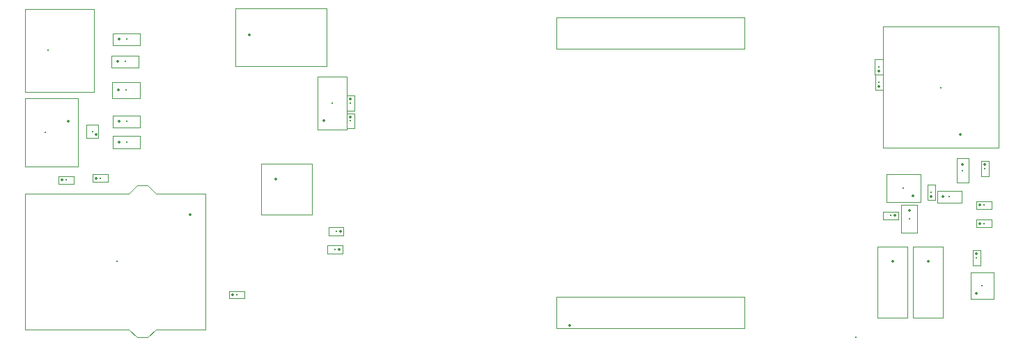
<source format=gbr>
%TF.GenerationSoftware,KiCad,Pcbnew,8.0.4*%
%TF.CreationDate,2024-11-24T10:18:26+11:00*%
%TF.ProjectId,cm4-bare-minimum,636d342d-6261-4726-952d-6d696e696d75,V0.1*%
%TF.SameCoordinates,Original*%
%TF.FileFunction,Component,L1,Top*%
%TF.FilePolarity,Positive*%
%FSLAX46Y46*%
G04 Gerber Fmt 4.6, Leading zero omitted, Abs format (unit mm)*
G04 Created by KiCad (PCBNEW 8.0.4) date 2024-11-24 10:18:26*
%MOMM*%
%LPD*%
G01*
G04 APERTURE LIST*
%TA.AperFunction,ComponentMain*%
%ADD10C,0.300000*%
%TD*%
%TA.AperFunction,ComponentOutline,Courtyard*%
%ADD11C,0.100000*%
%TD*%
%TA.AperFunction,ComponentPin*%
%ADD12P,0.360000X4X0.000000*%
%TD*%
%TA.AperFunction,ComponentPin*%
%ADD13C,0.100000*%
%TD*%
G04 APERTURE END LIST*
D10*
%TO.C,R11*%
%TO.CFtp,R_0402_1005Metric*%
%TO.CVal,NC*%
%TO.CLbN,Resistor_SMD*%
%TO.CMnt,SMD*%
%TO.CRot,180*%
X77775000Y-79275000D03*
D11*
X78704999Y-78805001D02*
X78704999Y-79744999D01*
X76845001Y-79744999D01*
X76845001Y-78805001D01*
X78704999Y-78805001D01*
D12*
%TO.P,R11,1*%
X78285000Y-79275000D03*
D13*
%TO.P,R11,2*%
X77265000Y-79275000D03*
%TD*%
D10*
%TO.C,C1*%
%TO.CFtp,C_0402_1005Metric*%
%TO.CVal,100n*%
%TO.CLbN,Capacitor_SMD*%
%TO.CMnt,SMD*%
%TO.CRot,-90*%
X79650000Y-63650000D03*
D11*
X80109999Y-62740001D02*
X80109999Y-64559999D01*
X79190001Y-64559999D01*
X79190001Y-62740001D01*
X80109999Y-62740001D01*
D12*
%TO.P,C1,1*%
X79650000Y-63170000D03*
D13*
%TO.P,C1,2*%
X79650000Y-64130000D03*
%TD*%
D10*
%TO.C,R2*%
%TO.CFtp,R_0603_1608Metric_Pad0.98x0.95mm_HandSolder*%
%TO.CVal,2.2K 1\u0025*%
%TO.CLbN,Resistor_SMD*%
%TO.CMnt,SMD*%
%TO.CRot,0*%
X52425000Y-63725000D03*
D11*
X54074999Y-62995001D02*
X54074999Y-64454999D01*
X50775001Y-64454999D01*
X50775001Y-62995001D01*
X54074999Y-62995001D01*
D12*
%TO.P,R2,1*%
X51512500Y-63725000D03*
D13*
%TO.P,R2,2*%
X53337500Y-63725000D03*
%TD*%
D10*
%TO.C,R3*%
%TO.CFtp,R_0603_1608Metric_Pad0.98x0.95mm_HandSolder*%
%TO.CVal,2.2K 1\u0025*%
%TO.CLbN,Resistor_SMD*%
%TO.CMnt,SMD*%
%TO.CRot,0*%
X52425000Y-66235000D03*
D11*
X54074999Y-65505001D02*
X54074999Y-66964999D01*
X50775001Y-66964999D01*
X50775001Y-65505001D01*
X54074999Y-65505001D01*
D12*
%TO.P,R3,1*%
X51512500Y-66235000D03*
D13*
%TO.P,R3,2*%
X53337500Y-66235000D03*
%TD*%
D10*
%TO.C,R17*%
%TO.CFtp,R_0402_1005Metric*%
%TO.CVal,NC*%
%TO.CLbN,Resistor_SMD*%
%TO.CMnt,SMD*%
%TO.CRot,0*%
X156650000Y-73900000D03*
D11*
X157579999Y-73430001D02*
X157579999Y-74369999D01*
X155720001Y-74369999D01*
X155720001Y-73430001D01*
X157579999Y-73430001D01*
D12*
%TO.P,R17,1*%
X156140000Y-73900000D03*
D13*
%TO.P,R17,2*%
X157160000Y-73900000D03*
%TD*%
D10*
%TO.C,C4*%
%TO.CFtp,C_0402_1005Metric*%
%TO.CVal,100n*%
%TO.CLbN,Capacitor_SMD*%
%TO.CMnt,SMD*%
%TO.CRot,0*%
X65800000Y-84775000D03*
D11*
X66709999Y-84315001D02*
X66709999Y-85234999D01*
X64890001Y-85234999D01*
X64890001Y-84315001D01*
X66709999Y-84315001D01*
D12*
%TO.P,C4,1*%
X65320000Y-84775000D03*
D13*
%TO.P,C4,2*%
X66280000Y-84775000D03*
%TD*%
D10*
%TO.C,D2*%
%TO.CFtp,LED_0603_1608Metric*%
%TO.CVal,LED Green*%
%TO.CLbN,LED_SMD*%
%TO.CMnt,SMD*%
%TO.CRot,-90*%
X154062500Y-69700000D03*
D11*
X154792499Y-68220001D02*
X154792499Y-71179999D01*
X153332501Y-71179999D01*
X153332501Y-68220001D01*
X154792499Y-68220001D01*
D12*
%TO.P,D2,1,K*%
X154062500Y-68912500D03*
D13*
%TO.P,D2,2,A*%
X154062500Y-70487500D03*
%TD*%
D10*
%TO.C,R4*%
%TO.CFtp,R_0402_1005Metric*%
%TO.CVal,NC*%
%TO.CLbN,Resistor_SMD*%
%TO.CMnt,SMD*%
%TO.CRot,90*%
X143875000Y-57075000D03*
D11*
X144344999Y-56145001D02*
X144344999Y-58004999D01*
X143405001Y-58004999D01*
X143405001Y-56145001D01*
X144344999Y-56145001D01*
D12*
%TO.P,R4,1*%
X143875000Y-57585000D03*
D13*
%TO.P,R4,2*%
X143875000Y-56565000D03*
%TD*%
D10*
%TO.C,R7*%
%TO.CFtp,R_0603_1608Metric_Pad0.98x0.95mm_HandSolder*%
%TO.CVal,5.1k*%
%TO.CLbN,Resistor_SMD*%
%TO.CMnt,SMD*%
%TO.CRot,0*%
X52250000Y-56450000D03*
D11*
X53899999Y-55720001D02*
X53899999Y-57179999D01*
X50600001Y-57179999D01*
X50600001Y-55720001D01*
X53899999Y-55720001D01*
D12*
%TO.P,R7,1*%
X51337500Y-56450000D03*
D13*
%TO.P,R7,2*%
X53162500Y-56450000D03*
%TD*%
D10*
%TO.C,U5*%
%TO.CFtp,TRJG0926HENL*%
%TO.CVal,MagJack-A70-112-331N126*%
%TO.CLbN,CM4IO*%
%TO.CMnt,TH*%
%TO.CRot,-90*%
X51237500Y-80725000D03*
D11*
X54947499Y-71475001D02*
X55947500Y-72475001D01*
X61987499Y-72475001D01*
X61987499Y-88974999D01*
X55947500Y-88974999D01*
X54947499Y-89974999D01*
X53667501Y-89974999D01*
X52667500Y-88974999D01*
X40087501Y-88974999D01*
X40087501Y-72475001D01*
X52667500Y-72475001D01*
X53667501Y-71475001D01*
X54947499Y-71475001D01*
D12*
%TO.P,U5,1,TRD0+*%
X60127500Y-75010000D03*
D13*
%TO.P,U5,*%
X51237500Y-75010000D03*
X51237500Y-86440000D03*
%TO.P,U5,2,TRD0-*%
X57587500Y-76280000D03*
%TO.P,U5,3,TRD1+*%
X60127500Y-77550000D03*
%TO.P,U5,4,CT*%
X57587500Y-78820000D03*
%TO.P,U5,5,CT*%
X60127500Y-80090000D03*
%TO.P,U5,6,TRD1-*%
X57587500Y-81360000D03*
%TO.P,U5,7,TRD2+*%
X60127500Y-82630000D03*
%TO.P,U5,8,TRD2-*%
X57587500Y-83900000D03*
%TO.P,U5,9,TRD3+*%
X60127500Y-85170000D03*
%TO.P,U5,10,TRD3-*%
X57587500Y-86440000D03*
%TO.P,U5,11,VC1*%
X55067500Y-75010000D03*
%TO.P,U5,12,VC2*%
X53797500Y-77550000D03*
%TO.P,U5,13,VC3*%
X53797500Y-83900000D03*
%TO.P,U5,14,VC4*%
X55067500Y-86440000D03*
%TO.P,U5,15,LEDG_A*%
X47177500Y-74095000D03*
%TO.P,U5,16,LEDG_K*%
X47177500Y-76635000D03*
%TO.P,U5,17,LEDY_A*%
X47177500Y-84815000D03*
%TO.P,U5,18,LEDY_K*%
X47177500Y-87355000D03*
%TO.P,U5,19,SHIELD*%
X54287500Y-72850000D03*
%TO.P,U5,20,SHIELD*%
X54287500Y-88600000D03*
%TD*%
D10*
%TO.C,R15*%
%TO.CFtp,R_0402_1005Metric*%
%TO.CVal,470R*%
%TO.CLbN,Resistor_SMD*%
%TO.CMnt,SMD*%
%TO.CRot,0*%
X49250000Y-70625000D03*
D11*
X50179999Y-70155001D02*
X50179999Y-71094999D01*
X48320001Y-71094999D01*
X48320001Y-70155001D01*
X50179999Y-70155001D01*
D12*
%TO.P,R15,1*%
X48740000Y-70625000D03*
D13*
%TO.P,R15,2*%
X49760000Y-70625000D03*
%TD*%
D10*
%TO.C,R1*%
%TO.CFtp,R_0402_1005Metric*%
%TO.CVal,36K 1\u0025*%
%TO.CLbN,Resistor_SMD*%
%TO.CMnt,SMD*%
%TO.CRot,-90*%
X79650000Y-61525000D03*
D11*
X80119999Y-60595001D02*
X80119999Y-62454999D01*
X79180001Y-62454999D01*
X79180001Y-60595001D01*
X80119999Y-60595001D01*
D12*
%TO.P,R1,1*%
X79650000Y-61015000D03*
D13*
%TO.P,R1,2*%
X79650000Y-62035000D03*
%TD*%
D10*
%TO.C,D1*%
%TO.CFtp,LED_0603_1608Metric*%
%TO.CVal,LED Red*%
%TO.CLbN,LED_SMD*%
%TO.CMnt,SMD*%
%TO.CRot,0*%
X152437500Y-72875000D03*
D11*
X153917499Y-72145001D02*
X153917499Y-73604999D01*
X150957501Y-73604999D01*
X150957501Y-72145001D01*
X153917499Y-72145001D01*
D12*
%TO.P,D1,1,K*%
X151650000Y-72875000D03*
D13*
%TO.P,D1,2,A*%
X153225000Y-72875000D03*
%TD*%
D10*
%TO.C,R9*%
%TO.CFtp,R_0402_1005Metric*%
%TO.CVal,NC*%
%TO.CLbN,Resistor_SMD*%
%TO.CMnt,SMD*%
%TO.CRot,-90*%
X155750000Y-80300000D03*
D11*
X156219999Y-79370001D02*
X156219999Y-81229999D01*
X155280001Y-81229999D01*
X155280001Y-79370001D01*
X156219999Y-79370001D01*
D12*
%TO.P,R9,1*%
X155750000Y-79790000D03*
D13*
%TO.P,R9,2*%
X155750000Y-80810000D03*
%TD*%
D10*
%TO.C,R8*%
%TO.CFtp,R_0402_1005Metric*%
%TO.CVal,12K 1\u0025*%
%TO.CLbN,Resistor_SMD*%
%TO.CMnt,SMD*%
%TO.CRot,180*%
X145300000Y-75150000D03*
D11*
X146229999Y-74680001D02*
X146229999Y-75619999D01*
X144370001Y-75619999D01*
X144370001Y-74680001D01*
X146229999Y-74680001D01*
D12*
%TO.P,R8,1*%
X145810000Y-75150000D03*
D13*
%TO.P,R8,2*%
X144790000Y-75150000D03*
%TD*%
D10*
%TO.C,J1*%
%TO.CFtp,FanPinHeader_1x04_P2.54mm_Vertical*%
%TO.CVal,Molex 470531000*%
%TO.CLbN,Connector*%
%TO.CMnt,TH*%
%TO.CRot,0*%
X67355000Y-53200000D03*
D11*
X76704999Y-50000001D02*
X76704999Y-56999999D01*
X65605001Y-56999999D01*
X65605001Y-50000001D01*
X76704999Y-50000001D01*
D12*
%TO.P,J1,1,Pin_1*%
X67355000Y-53200000D03*
D13*
%TO.P,J1,*%
X72435000Y-51040000D03*
%TO.P,J1,2,Pin_2*%
X69895000Y-53200000D03*
%TO.P,J1,3,Pin_3*%
X72435000Y-53200000D03*
%TO.P,J1,4,Pin_4*%
X74975000Y-53200000D03*
%TD*%
D10*
%TO.C,J5*%
%TO.CFtp,PinHeader_1x03_P2.54mm_Vertical*%
%TO.CVal,Conn_01x03*%
%TO.CLbN,Connector_PinHeader_2.54mm*%
%TO.CMnt,TH*%
%TO.CRot,0*%
X145525000Y-80725000D03*
D11*
X147324999Y-78925001D02*
X147324999Y-87574999D01*
X143725001Y-87574999D01*
X143725001Y-78925001D01*
X147324999Y-78925001D01*
D12*
%TO.P,J5,1,Pin_1*%
X145525000Y-80725000D03*
D13*
%TO.P,J5,2,Pin_2*%
X145525000Y-83265000D03*
%TO.P,J5,3,Pin_3*%
X145525000Y-85805000D03*
%TD*%
D10*
%TO.C,U4*%
%TO.CFtp,SOT-353_SC-70-5*%
%TO.CVal,74LVC1G07SE-7*%
%TO.CLbN,Package_TO_SOT_SMD*%
%TO.CMnt,SMD*%
%TO.CRot,90*%
X156412500Y-83650000D03*
D11*
X157812499Y-82050001D02*
X157812499Y-85249999D01*
X155012501Y-85249999D01*
X155012501Y-82050001D01*
X157812499Y-82050001D01*
D12*
%TO.P,U4,1*%
X155762500Y-84600000D03*
D13*
%TO.P,U4,2*%
X156412500Y-84600000D03*
%TO.P,U4,3,GND*%
X157062500Y-84600000D03*
%TO.P,U4,4*%
X157062500Y-82700000D03*
%TO.P,U4,5,VCC*%
X155762500Y-82700000D03*
%TD*%
D10*
%TO.C,R6*%
%TO.CFtp,R_0603_1608Metric_Pad0.98x0.95mm_HandSolder*%
%TO.CVal,5.1k*%
%TO.CLbN,Resistor_SMD*%
%TO.CMnt,SMD*%
%TO.CRot,0*%
X52400000Y-53725000D03*
D11*
X54049999Y-52995001D02*
X54049999Y-54454999D01*
X50750001Y-54454999D01*
X50750001Y-52995001D01*
X54049999Y-52995001D01*
D12*
%TO.P,R6,1*%
X51487500Y-53725000D03*
D13*
%TO.P,R6,2*%
X53312500Y-53725000D03*
%TD*%
D10*
%TO.C,U2*%
%TO.CFtp,MSOP-8_3x3mm_P0.65mm*%
%TO.CVal,EMC2301-1-ACZL-TR*%
%TO.CLbN,Package_SO*%
%TO.CMnt,SMD*%
%TO.CRot,90*%
X77400000Y-61500000D03*
D11*
X79149999Y-58320001D02*
X79149999Y-64679999D01*
X75650001Y-64679999D01*
X75650001Y-58320001D01*
X79149999Y-58320001D01*
D12*
%TO.P,U2,1,SDA*%
X76425000Y-63612500D03*
D13*
%TO.P,U2,2,SCL*%
X77075000Y-63612500D03*
%TO.P,U2,3,VDD*%
X77725000Y-63612500D03*
%TO.P,U2,4,GND*%
X78375000Y-63612500D03*
%TO.P,U2,5,PWM*%
X78375000Y-59387500D03*
%TO.P,U2,6,TACH*%
X77725000Y-59387500D03*
%TO.P,U2,7,CLK*%
X77075000Y-59387500D03*
%TO.P,U2,8,nALERT*%
X76425000Y-59387500D03*
%TD*%
D10*
%TO.C,J4*%
%TO.CFtp,GCT_USB4105-GF-A*%
%TO.CVal,USB4105-GF-A*%
%TO.CLbN,USB4105-GF-A*%
%TO.CMnt,SMD*%
%TO.CRot,-90*%
X42900000Y-55095000D03*
D11*
X48479999Y-50025001D02*
X48479999Y-60164999D01*
X40050001Y-60164999D01*
X40050001Y-50025001D01*
X48479999Y-50025001D01*
D13*
%TO.P,J4,*%
X46580000Y-52205000D03*
X46580000Y-57985000D03*
%TO.P,J4,A1_B12,GND*%
X47655000Y-51895000D03*
%TO.P,J4,A4_B9,VBUS*%
X47655000Y-52695000D03*
%TO.P,J4,A5,CC1*%
X47655000Y-53845000D03*
%TO.P,J4,A6,DP1*%
X47655000Y-54845000D03*
%TO.P,J4,A7,DN1*%
X47655000Y-55345000D03*
%TO.P,J4,A8,SBU1*%
X47655000Y-56345000D03*
%TO.P,J4,B1_A12,GND__1*%
X47655000Y-58295000D03*
%TO.P,J4,B4_A9,VBUS__1*%
X47655000Y-57495000D03*
%TO.P,J4,B5,CC2*%
X47655000Y-56845000D03*
%TO.P,J4,B6,DP2*%
X47655000Y-55845000D03*
%TO.P,J4,B7,DN2*%
X47655000Y-54345000D03*
%TO.P,J4,B8,SBU2*%
X47655000Y-53345000D03*
%TO.P,J4,SH1,SHELL_GND*%
X47080000Y-50775000D03*
%TO.P,J4,SH2,SHELL_GND__1*%
X47080000Y-59415000D03*
%TO.P,J4,SH3,SHELL_GND__2*%
X42900000Y-50775000D03*
%TO.P,J4,SH4,SHELL_GND__3*%
X42900000Y-59415000D03*
%TD*%
D10*
%TO.C,R16*%
%TO.CFtp,R_0402_1005Metric*%
%TO.CVal,NC*%
%TO.CLbN,Resistor_SMD*%
%TO.CMnt,SMD*%
%TO.CRot,0*%
X156625000Y-76125000D03*
D11*
X157554999Y-75655001D02*
X157554999Y-76594999D01*
X155695001Y-76594999D01*
X155695001Y-75655001D01*
X157554999Y-75655001D01*
D12*
%TO.P,R16,1*%
X156115000Y-76125000D03*
D13*
%TO.P,R16,2*%
X157135000Y-76125000D03*
%TD*%
D10*
%TO.C,J3*%
%TO.CFtp,SDCARD_MOLEX_503398-1892*%
%TO.CVal,Micro_SD_Card_Det*%
%TO.CLbN,CM4IO*%
%TO.CMnt,TH*%
%TO.CRot,180*%
X151400000Y-59675000D03*
D11*
X158399999Y-52175001D02*
X158399999Y-66924999D01*
X144400001Y-66924999D01*
X144400001Y-52175001D01*
X158399999Y-52175001D01*
D12*
%TO.P,J3,1,DAT2*%
X153780000Y-65300000D03*
D13*
%TO.P,J3,2,DAT3/CD*%
X152680000Y-65300000D03*
%TO.P,J3,3,CMD*%
X151580000Y-65300000D03*
%TO.P,J3,4,VDD*%
X150480000Y-65300000D03*
%TO.P,J3,5,CLK*%
X149380000Y-65300000D03*
%TO.P,J3,6,VSS*%
X148280000Y-65300000D03*
%TO.P,J3,7,DAT0*%
X147180000Y-65300000D03*
%TO.P,J3,8,DAT1*%
X146080000Y-65300000D03*
%TO.P,J3,9,DET_B*%
X155570000Y-52835000D03*
%TO.P,J3,10,DET_A*%
X151305000Y-52760000D03*
%TO.P,J3,11,SHIELD*%
X157880000Y-54035000D03*
X157660000Y-65285000D03*
X145000000Y-64800000D03*
X144920000Y-54035000D03*
%TD*%
D10*
%TO.C,C3*%
%TO.CFtp,C_0805_2012Metric*%
%TO.CVal,10u*%
%TO.CLbN,Capacitor_SMD*%
%TO.CMnt,SMD*%
%TO.CRot,0*%
X52375000Y-59900000D03*
D11*
X54074999Y-58920001D02*
X54074999Y-60879999D01*
X50675001Y-60879999D01*
X50675001Y-58920001D01*
X54074999Y-58920001D01*
D12*
%TO.P,C3,1*%
X51425000Y-59900000D03*
D13*
%TO.P,C3,2*%
X53325000Y-59900000D03*
%TD*%
D10*
%TO.C,R10*%
%TO.CFtp,R_0402_1005Metric*%
%TO.CVal,1k*%
%TO.CLbN,Resistor_SMD*%
%TO.CMnt,SMD*%
%TO.CRot,90*%
X150262500Y-72350000D03*
D11*
X150732499Y-71420001D02*
X150732499Y-73279999D01*
X149792501Y-73279999D01*
X149792501Y-71420001D01*
X150732499Y-71420001D01*
D12*
%TO.P,R10,1*%
X150262500Y-72860000D03*
D13*
%TO.P,R10,2*%
X150262500Y-71840000D03*
%TD*%
D10*
%TO.C,R12*%
%TO.CFtp,R_0402_1005Metric*%
%TO.CVal,1k*%
%TO.CLbN,Resistor_SMD*%
%TO.CMnt,SMD*%
%TO.CRot,-90*%
X156762500Y-69425000D03*
D11*
X157232499Y-68495001D02*
X157232499Y-70354999D01*
X156292501Y-70354999D01*
X156292501Y-68495001D01*
X157232499Y-68495001D01*
D12*
%TO.P,R12,1*%
X156762500Y-68915000D03*
D13*
%TO.P,R12,2*%
X156762500Y-69935000D03*
%TD*%
D10*
%TO.C,U3*%
%TO.CFtp,SOT-23-5*%
%TO.CVal,RT9742GGJ5*%
%TO.CLbN,Package_TO_SOT_SMD*%
%TO.CMnt,SMD*%
%TO.CRot,180*%
X146875000Y-71837500D03*
D11*
X148924999Y-70137501D02*
X148924999Y-73537499D01*
X144825001Y-73537499D01*
X144825001Y-70137501D01*
X148924999Y-70137501D01*
D12*
%TO.P,U3,1,OUT*%
X148012500Y-72787500D03*
D13*
%TO.P,U3,2,GND*%
X148012500Y-71837500D03*
%TO.P,U3,3,nFLG*%
X148012500Y-70887500D03*
%TO.P,U3,4,EN*%
X145737500Y-70887500D03*
%TO.P,U3,5,IN*%
X145737500Y-72787500D03*
%TD*%
D10*
%TO.C,J7*%
%TO.CFtp,PinHeader_2x02_P2.54mm_Vertical*%
%TO.CVal,THD-02-R*%
%TO.CLbN,Connector_PinHeader_2.54mm*%
%TO.CMnt,TH*%
%TO.CRot,0*%
X70575000Y-70700000D03*
D11*
X74924999Y-68900001D02*
X74924999Y-75049999D01*
X68775001Y-75049999D01*
X68775001Y-68900001D01*
X74924999Y-68900001D01*
D12*
%TO.P,J7,1,Pin_1*%
X70575000Y-70700000D03*
D13*
%TO.P,J7,2,Pin_2*%
X73115000Y-70700000D03*
%TO.P,J7,3,Pin_3*%
X70575000Y-73240000D03*
%TO.P,J7,4,Pin_4*%
X73115000Y-73240000D03*
%TD*%
D10*
%TO.C,Module1*%
%TO.CFtp,Raspberry-Pi-4-Compute-Module*%
%TO.CVal,ComputeModule4-CM4*%
%TO.CLbN,CM4IO*%
%TO.CMnt,SMD*%
%TO.CRot,90*%
X141074874Y-89975000D03*
D11*
X127499999Y-85045001D02*
X127499999Y-88824999D01*
X104700001Y-88824999D01*
X104700001Y-85045001D01*
X127499999Y-85045001D01*
X127499999Y-51125001D02*
X127499999Y-54904999D01*
X104700001Y-54904999D01*
X104700001Y-51125001D01*
X127499999Y-51125001D01*
D12*
%TO.P,Module1,1,GND*%
X106300000Y-88475000D03*
D13*
%TO.P,Module1,*%
X89600000Y-86475000D03*
X137600000Y-86475000D03*
X89600000Y-53475000D03*
X137600000Y-53475000D03*
%TO.P,Module1,2,GND*%
X106300000Y-85395000D03*
%TO.P,Module1,3,Ethernet_Pair3_P*%
X106700000Y-88475000D03*
%TO.P,Module1,4,Ethernet_Pair1_P*%
X106700000Y-85395000D03*
%TO.P,Module1,5,Ethernet_Pair3_N*%
X107100000Y-88475000D03*
%TO.P,Module1,6,Ethernet_Pair1_N*%
X107100000Y-85395000D03*
%TO.P,Module1,7,GND*%
X107500000Y-88475000D03*
%TO.P,Module1,8,GND*%
X107500000Y-85395000D03*
%TO.P,Module1,9,Ethernet_Pair2_N*%
X107900000Y-88475000D03*
%TO.P,Module1,10,Ethernet_Pair0_N*%
X107900000Y-85395000D03*
%TO.P,Module1,11,Ethernet_Pair2_P*%
X108300000Y-88475000D03*
%TO.P,Module1,12,Ethernet_Pair0_P*%
X108300000Y-85395000D03*
%TO.P,Module1,13,GND*%
X108700000Y-88475000D03*
%TO.P,Module1,14,GND*%
X108700000Y-85395000D03*
%TO.P,Module1,15,Ethernet_nLED3(3.3v)*%
X109100000Y-88475000D03*
%TO.P,Module1,16,Ethernet_SYNC_IN(1.8v)*%
X109100000Y-85395000D03*
%TO.P,Module1,17,Ethernet_nLED2(3.3v)*%
X109500000Y-88475000D03*
%TO.P,Module1,18,Ethernet_SYNC_OUT(1.8v)*%
X109500000Y-85395000D03*
%TO.P,Module1,19,Ethernet_nLED1(3.3v)*%
X109900000Y-88475000D03*
%TO.P,Module1,20,EEPROM_nWP*%
X109900000Y-85395000D03*
%TO.P,Module1,21,PI_nLED_Activity*%
X110300000Y-88475000D03*
%TO.P,Module1,22,GND*%
X110300000Y-85395000D03*
%TO.P,Module1,23,GND*%
X110700000Y-88475000D03*
%TO.P,Module1,24,GPIO26*%
X110700000Y-85395000D03*
%TO.P,Module1,25,GPIO21*%
X111100000Y-88475000D03*
%TO.P,Module1,26,GPIO19*%
X111100000Y-85395000D03*
%TO.P,Module1,27,GPIO20*%
X111500000Y-88475000D03*
%TO.P,Module1,28,GPIO13*%
X111500000Y-85395000D03*
%TO.P,Module1,29,GPIO16*%
X111900000Y-88475000D03*
%TO.P,Module1,30,GPIO6*%
X111900000Y-85395000D03*
%TO.P,Module1,31,GPIO12*%
X112300000Y-88475000D03*
%TO.P,Module1,32,GND*%
X112300000Y-85395000D03*
%TO.P,Module1,33,GND*%
X112700000Y-88475000D03*
%TO.P,Module1,34,GPIO5*%
X112700000Y-85395000D03*
%TO.P,Module1,35,ID_SC*%
X113100000Y-88475000D03*
%TO.P,Module1,36,ID_SD*%
X113100000Y-85395000D03*
%TO.P,Module1,37,GPIO7*%
X113500000Y-88475000D03*
%TO.P,Module1,38,GPIO11*%
X113500000Y-85395000D03*
%TO.P,Module1,39,GPIO8*%
X113900000Y-88475000D03*
%TO.P,Module1,40,GPIO9*%
X113900000Y-85395000D03*
%TO.P,Module1,41,GPIO25*%
X114300000Y-88475000D03*
%TO.P,Module1,42,GND*%
X114300000Y-85395000D03*
%TO.P,Module1,43,GND*%
X114700000Y-88475000D03*
%TO.P,Module1,44,GPIO10*%
X114700000Y-85395000D03*
%TO.P,Module1,45,GPIO24*%
X115100000Y-88475000D03*
%TO.P,Module1,46,GPIO22*%
X115100000Y-85395000D03*
%TO.P,Module1,47,GPIO23*%
X115500000Y-88475000D03*
%TO.P,Module1,48,GPIO27*%
X115500000Y-85395000D03*
%TO.P,Module1,49,GPIO18*%
X115900000Y-88475000D03*
%TO.P,Module1,50,GPIO17*%
X115900000Y-85395000D03*
%TO.P,Module1,51,GPIO15*%
X116300000Y-88475000D03*
%TO.P,Module1,52,GND*%
X116300000Y-85395000D03*
%TO.P,Module1,53,GND*%
X116700000Y-88475000D03*
%TO.P,Module1,54,GPIO4*%
X116700000Y-85395000D03*
%TO.P,Module1,55,GPIO14*%
X117100000Y-88475000D03*
%TO.P,Module1,56,GPIO3*%
X117100000Y-85395000D03*
%TO.P,Module1,57,SD_CLK*%
X117500000Y-88475000D03*
%TO.P,Module1,58,GPIO2*%
X117500000Y-85395000D03*
%TO.P,Module1,59,GND*%
X117900000Y-88475000D03*
%TO.P,Module1,60,GND*%
X117900000Y-85395000D03*
%TO.P,Module1,61,SD_DAT3*%
X118300000Y-88475000D03*
%TO.P,Module1,62,SD_CMD*%
X118300000Y-85395000D03*
%TO.P,Module1,63,SD_DAT0*%
X118700000Y-88475000D03*
%TO.P,Module1,64,SD_DAT5*%
X118700000Y-85395000D03*
%TO.P,Module1,65,GND*%
X119100000Y-88475000D03*
%TO.P,Module1,66,GND*%
X119100000Y-85395000D03*
%TO.P,Module1,67,SD_DAT1*%
X119500000Y-88475000D03*
%TO.P,Module1,68,SD_DAT4*%
X119500000Y-85395000D03*
%TO.P,Module1,69,SD_DAT2*%
X119900000Y-88475000D03*
%TO.P,Module1,70,SD_DAT7*%
X119900000Y-85395000D03*
%TO.P,Module1,71,GND*%
X120300000Y-88475000D03*
%TO.P,Module1,72,SD_DAT6*%
X120300000Y-85395000D03*
%TO.P,Module1,73,SD_VDD_Override*%
X120700000Y-88475000D03*
%TO.P,Module1,74,GND*%
X120700000Y-85395000D03*
%TO.P,Module1,75,SD_PWR_ON*%
X121100000Y-88475000D03*
%TO.P,Module1,76,Reserved*%
X121100000Y-85395000D03*
%TO.P,Module1,77,+5v_(Input)*%
X121500000Y-88475000D03*
%TO.P,Module1,78,GPIO_VREF(1.8v/3.3v_Input)*%
X121500000Y-85395000D03*
%TO.P,Module1,79,+5v_(Input)*%
X121900000Y-88475000D03*
%TO.P,Module1,80,SCL0*%
X121900000Y-85395000D03*
%TO.P,Module1,81,+5v_(Input)*%
X122300000Y-88475000D03*
%TO.P,Module1,82,SDA0*%
X122300000Y-85395000D03*
%TO.P,Module1,83,+5v_(Input)*%
X122700000Y-88475000D03*
%TO.P,Module1,84,+3.3v_(Output)*%
X122700000Y-85395000D03*
%TO.P,Module1,85,+5v_(Input)*%
X123100000Y-88475000D03*
%TO.P,Module1,86,+3.3v_(Output)*%
X123100000Y-85395000D03*
%TO.P,Module1,87,+5v_(Input)*%
X123500000Y-88475000D03*
%TO.P,Module1,88,+1.8v_(Output)*%
X123500000Y-85395000D03*
%TO.P,Module1,89,WiFi_nDisable*%
X123900000Y-88475000D03*
%TO.P,Module1,90,+1.8v_(Output)*%
X123900000Y-85395000D03*
%TO.P,Module1,91,BT_nDisable*%
X124300000Y-88475000D03*
%TO.P,Module1,92,RUN_PG*%
X124300000Y-85395000D03*
%TO.P,Module1,93,nRPIBOOT*%
X124700000Y-88475000D03*
%TO.P,Module1,94,AnalogIP1*%
X124700000Y-85395000D03*
%TO.P,Module1,95,nPI_LED_PWR*%
X125100000Y-88475000D03*
%TO.P,Module1,96,AnalogIP0*%
X125100000Y-85395000D03*
%TO.P,Module1,97,Camera_GPIO*%
X125500000Y-88475000D03*
%TO.P,Module1,98,GND*%
X125500000Y-85395000D03*
%TO.P,Module1,99,Global_EN*%
X125900000Y-88475000D03*
%TO.P,Module1,100,nEXTRST*%
X125900000Y-85395000D03*
%TO.P,Module1,101,USB_OTG_ID*%
X106300000Y-54555000D03*
%TO.P,Module1,102,PCIe_CLK_nREQ*%
X106300000Y-51475000D03*
%TO.P,Module1,103,USB2_N*%
X106700000Y-54555000D03*
%TO.P,Module1,104,Reserved*%
X106700000Y-51475000D03*
%TO.P,Module1,105,USB2_P*%
X107100000Y-54555000D03*
%TO.P,Module1,106,Reserved*%
X107100000Y-51475000D03*
%TO.P,Module1,107,GND*%
X107500000Y-54555000D03*
%TO.P,Module1,108,GND*%
X107500000Y-51475000D03*
%TO.P,Module1,109,PCIe_nRST*%
X107900000Y-54555000D03*
%TO.P,Module1,110,PCIe_CLK_P*%
X107900000Y-51475000D03*
%TO.P,Module1,111,VDAC_COMP*%
X108300000Y-54555000D03*
%TO.P,Module1,112,PCIe_CLK_N*%
X108300000Y-51475000D03*
%TO.P,Module1,113,GND*%
X108700000Y-54555000D03*
%TO.P,Module1,114,GND*%
X108700000Y-51475000D03*
%TO.P,Module1,115,CAM1_D0_N*%
X109100000Y-54555000D03*
%TO.P,Module1,116,PCIe_RX_P*%
X109100000Y-51475000D03*
%TO.P,Module1,117,CAM1_D0_P*%
X109500000Y-54555000D03*
%TO.P,Module1,118,PCIe_RX_N*%
X109500000Y-51475000D03*
%TO.P,Module1,119,GND*%
X109900000Y-54555000D03*
%TO.P,Module1,120,GND*%
X109900000Y-51475000D03*
%TO.P,Module1,121,CAM1_D1_N*%
X110300000Y-54555000D03*
%TO.P,Module1,122,PCIe_TX_P*%
X110300000Y-51475000D03*
%TO.P,Module1,123,CAM1_D1_P*%
X110700000Y-54555000D03*
%TO.P,Module1,124,PCIe_TX_N*%
X110700000Y-51475000D03*
%TO.P,Module1,125,GND*%
X111100000Y-54555000D03*
%TO.P,Module1,126,GND*%
X111100000Y-51475000D03*
%TO.P,Module1,127,CAM1_C_N*%
X111500000Y-54555000D03*
%TO.P,Module1,128,CAM0_D0_N*%
X111500000Y-51475000D03*
%TO.P,Module1,129,CAM1_C_P*%
X111900000Y-54555000D03*
%TO.P,Module1,130,CAM0_D0_P*%
X111900000Y-51475000D03*
%TO.P,Module1,131,GND*%
X112300000Y-54555000D03*
%TO.P,Module1,132,GND*%
X112300000Y-51475000D03*
%TO.P,Module1,133,CAM1_D2_N*%
X112700000Y-54555000D03*
%TO.P,Module1,134,CAM0_D1_N*%
X112700000Y-51475000D03*
%TO.P,Module1,135,CAM1_D2_P*%
X113100000Y-54555000D03*
%TO.P,Module1,136,CAM0_D1_P*%
X113100000Y-51475000D03*
%TO.P,Module1,137,GND*%
X113500000Y-54555000D03*
%TO.P,Module1,138,GND*%
X113500000Y-51475000D03*
%TO.P,Module1,139,CAM1_D3_N*%
X113900000Y-54555000D03*
%TO.P,Module1,140,CAM0_C_N*%
X113900000Y-51475000D03*
%TO.P,Module1,141,CAM1_D3_P*%
X114300000Y-54555000D03*
%TO.P,Module1,142,CAM0_C_P*%
X114300000Y-51475000D03*
%TO.P,Module1,143,HDMI1_HOTPLUG*%
X114700000Y-54555000D03*
%TO.P,Module1,144,GND*%
X114700000Y-51475000D03*
%TO.P,Module1,145,HDMI1_SDA*%
X115100000Y-54555000D03*
%TO.P,Module1,146,HDMI1_TX2_P*%
X115100000Y-51475000D03*
%TO.P,Module1,147,HDMI1_SCL*%
X115500000Y-54555000D03*
%TO.P,Module1,148,HDMI1_TX2_N*%
X115500000Y-51475000D03*
%TO.P,Module1,149,HDMI1_CEC*%
X115900000Y-54555000D03*
%TO.P,Module1,150,GND*%
X115900000Y-51475000D03*
%TO.P,Module1,151,HDMI0_CEC*%
X116300000Y-54555000D03*
%TO.P,Module1,152,HDMI1_TX1_P*%
X116300000Y-51475000D03*
%TO.P,Module1,153,HDMI0_HOTPLUG*%
X116700000Y-54555000D03*
%TO.P,Module1,154,HDMI1_TX1_N*%
X116700000Y-51475000D03*
%TO.P,Module1,155,GND*%
X117100000Y-54555000D03*
%TO.P,Module1,156,GND*%
X117100000Y-51475000D03*
%TO.P,Module1,157,DSI0_D0_N*%
X117500000Y-54555000D03*
%TO.P,Module1,158,HDMI1_TX0_P*%
X117500000Y-51475000D03*
%TO.P,Module1,159,DSI0_D0_P*%
X117900000Y-54555000D03*
%TO.P,Module1,160,HDMI1_TX0_N*%
X117900000Y-51475000D03*
%TO.P,Module1,161,GND*%
X118300000Y-54555000D03*
%TO.P,Module1,162,GND*%
X118300000Y-51475000D03*
%TO.P,Module1,163,DSI0_D1_N*%
X118700000Y-54555000D03*
%TO.P,Module1,164,HDMI1_CLK_P*%
X118700000Y-51475000D03*
%TO.P,Module1,165,DSI0_D1_P*%
X119100000Y-54555000D03*
%TO.P,Module1,166,HDMI1_CLK_N*%
X119100000Y-51475000D03*
%TO.P,Module1,167,GND*%
X119500000Y-54555000D03*
%TO.P,Module1,168,GND*%
X119500000Y-51475000D03*
%TO.P,Module1,169,DSI0_C_N*%
X119900000Y-54555000D03*
%TO.P,Module1,170,HDMI0_TX2_P*%
X119900000Y-51475000D03*
%TO.P,Module1,171,DSI0_C_P*%
X120300000Y-54555000D03*
%TO.P,Module1,172,HDMI0_TX2_N*%
X120300000Y-51475000D03*
%TO.P,Module1,173,GND*%
X120700000Y-54555000D03*
%TO.P,Module1,174,GND*%
X120700000Y-51475000D03*
%TO.P,Module1,175,DSI1_D0_N*%
X121100000Y-54555000D03*
%TO.P,Module1,176,HDMI0_TX1_P*%
X121100000Y-51475000D03*
%TO.P,Module1,177,DSI1_D0_P*%
X121500000Y-54555000D03*
%TO.P,Module1,178,HDMI0_TX1_N*%
X121500000Y-51475000D03*
%TO.P,Module1,179,GND*%
X121900000Y-54555000D03*
%TO.P,Module1,180,GND*%
X121900000Y-51475000D03*
%TO.P,Module1,181,DSI1_D1_N*%
X122300000Y-54555000D03*
%TO.P,Module1,182,HDMI0_TX0_P*%
X122300000Y-51475000D03*
%TO.P,Module1,183,DSI1_D1_P*%
X122700000Y-54555000D03*
%TO.P,Module1,184,HDMI0_TX0_N*%
X122700000Y-51475000D03*
%TO.P,Module1,185,GND*%
X123100000Y-54555000D03*
%TO.P,Module1,186,GND*%
X123100000Y-51475000D03*
%TO.P,Module1,187,DSI1_C_N*%
X123500000Y-54555000D03*
%TO.P,Module1,188,HDMI0_CLK_P*%
X123500000Y-51475000D03*
%TO.P,Module1,189,DSI1_C_P*%
X123900000Y-54555000D03*
%TO.P,Module1,190,HDMI0_CLK_N*%
X123900000Y-51475000D03*
%TO.P,Module1,191,GND*%
X124300000Y-54555000D03*
%TO.P,Module1,192,GND*%
X124300000Y-51475000D03*
%TO.P,Module1,193,DSI1_D2_N*%
X124700000Y-54555000D03*
%TO.P,Module1,194,DSI1_D3_N*%
X124700000Y-51475000D03*
%TO.P,Module1,195,DSI1_D2_P*%
X125100000Y-54555000D03*
%TO.P,Module1,196,DSI1_D3_P*%
X125100000Y-51475000D03*
%TO.P,Module1,197,GND*%
X125500000Y-54555000D03*
%TO.P,Module1,198,GND*%
X125500000Y-51475000D03*
%TO.P,Module1,199,HDMI0_SDA*%
X125900000Y-54555000D03*
%TO.P,Module1,200,HDMI0_SCL*%
X125900000Y-51475000D03*
%TD*%
D10*
%TO.C,R5*%
%TO.CFtp,R_0402_1005Metric*%
%TO.CVal,NC*%
%TO.CLbN,Resistor_SMD*%
%TO.CMnt,SMD*%
%TO.CRot,90*%
X143900000Y-58950000D03*
D11*
X144369999Y-58020001D02*
X144369999Y-59879999D01*
X143430001Y-59879999D01*
X143430001Y-58020001D01*
X144369999Y-58020001D01*
D12*
%TO.P,R5,1*%
X143900000Y-59460000D03*
D13*
%TO.P,R5,2*%
X143900000Y-58440000D03*
%TD*%
D10*
%TO.C,C2*%
%TO.CFtp,C_0805_2012Metric*%
%TO.CVal,10u*%
%TO.CLbN,Capacitor_SMD*%
%TO.CMnt,SMD*%
%TO.CRot,-90*%
X147575000Y-75525000D03*
D11*
X148554999Y-73825001D02*
X148554999Y-77224999D01*
X146595001Y-77224999D01*
X146595001Y-73825001D01*
X148554999Y-73825001D01*
D12*
%TO.P,C2,1*%
X147575000Y-74575000D03*
D13*
%TO.P,C2,2*%
X147575000Y-76475000D03*
%TD*%
D10*
%TO.C,R14*%
%TO.CFtp,R_0402_1005Metric*%
%TO.CVal,470R*%
%TO.CLbN,Resistor_SMD*%
%TO.CMnt,SMD*%
%TO.CRot,0*%
X45100000Y-70825000D03*
D11*
X46029999Y-70355001D02*
X46029999Y-71294999D01*
X44170001Y-71294999D01*
X44170001Y-70355001D01*
X46029999Y-70355001D01*
D12*
%TO.P,R14,1*%
X44590000Y-70825000D03*
D13*
%TO.P,R14,2*%
X45610000Y-70825000D03*
%TD*%
D10*
%TO.C,J2*%
%TO.CFtp,USB_Micro-B_EDAC_UCON00686*%
%TO.CVal,USB_OTG*%
%TO.CLbN,CM4IO*%
%TO.CMnt,SMD*%
%TO.CRot,-90*%
X42500000Y-65025000D03*
D11*
X46494999Y-60920001D02*
X46494999Y-69189999D01*
X40035001Y-69189999D01*
X40035001Y-60920001D01*
X46494999Y-60920001D01*
D12*
%TO.P,J2,1,VBUS*%
X45320000Y-63725000D03*
D13*
%TO.P,J2,2,D-*%
X45320000Y-64375000D03*
%TO.P,J2,3,D+*%
X45320000Y-65025000D03*
%TO.P,J2,4,ID*%
X45320000Y-65675000D03*
%TO.P,J2,5,GND*%
X45320000Y-66325000D03*
%TO.P,J2,6,Shield*%
X44200000Y-62037500D03*
X45560000Y-62175000D03*
X43430000Y-62300000D03*
X42500000Y-62300000D03*
X45530000Y-62600000D03*
X42250000Y-64062500D03*
X42250000Y-65987500D03*
X45530000Y-67450000D03*
X43430000Y-67750000D03*
X42500000Y-67750000D03*
X45560000Y-67925000D03*
X44200000Y-68012500D03*
%TD*%
D10*
%TO.C,U1*%
%TO.CFtp,Texas_DRT-3*%
%TO.CVal,TPD2EUSB30*%
%TO.CLbN,Package_TO_SOT_SMD*%
%TO.CMnt,SMD*%
%TO.CRot,90*%
X48262500Y-64947500D03*
D11*
X48962499Y-64147501D02*
X48962499Y-65747499D01*
X47562501Y-65747499D01*
X47562501Y-64147501D01*
X48962499Y-64147501D01*
D12*
%TO.P,U1,1,D+*%
X48687500Y-65297500D03*
D13*
%TO.P,U1,2,D-*%
X48687500Y-64597500D03*
%TO.P,U1,3,GND*%
X47837500Y-64947500D03*
%TD*%
D10*
%TO.C,J6*%
%TO.CFtp,PinHeader_1x03_P2.54mm_Vertical*%
%TO.CVal,Conn_01x03*%
%TO.CLbN,Connector_PinHeader_2.54mm*%
%TO.CMnt,TH*%
%TO.CRot,0*%
X149850000Y-80750000D03*
D11*
X151649999Y-78950001D02*
X151649999Y-87599999D01*
X148050001Y-87599999D01*
X148050001Y-78950001D01*
X151649999Y-78950001D01*
D12*
%TO.P,J6,1,Pin_1*%
X149850000Y-80750000D03*
D13*
%TO.P,J6,2,Pin_2*%
X149850000Y-83290000D03*
%TO.P,J6,3,Pin_3*%
X149850000Y-85830000D03*
%TD*%
D10*
%TO.C,R13*%
%TO.CFtp,R_0402_1005Metric*%
%TO.CVal,NC*%
%TO.CLbN,Resistor_SMD*%
%TO.CMnt,SMD*%
%TO.CRot,180*%
X77875000Y-77075000D03*
D11*
X78804999Y-76605001D02*
X78804999Y-77544999D01*
X76945001Y-77544999D01*
X76945001Y-76605001D01*
X78804999Y-76605001D01*
D12*
%TO.P,R13,1*%
X78385000Y-77075000D03*
D13*
%TO.P,R13,2*%
X77365000Y-77075000D03*
%TD*%
M02*

</source>
